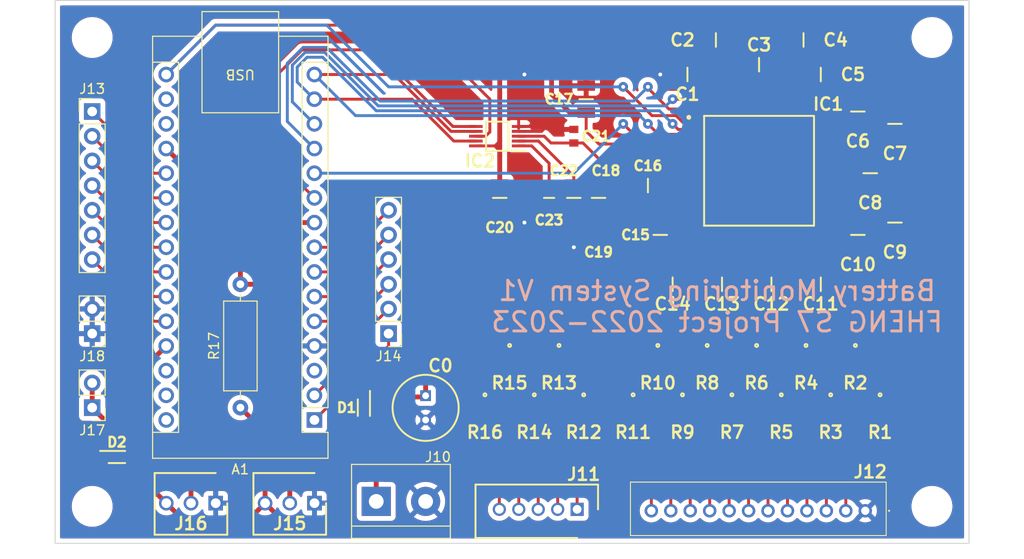
<source format=kicad_pcb>
(kicad_pcb (version 20211014) (generator pcbnew)
  (layers (0 "F.Cu" signal) (31 "B.Cu" signal) (34 "B.Paste" user) (35 "F.Paste" user) (36 "B.SilkS" user "B.Silkscreen") (37 "F.SilkS" user "F.Silkscreen") (38 "B.Mask" user) (39 "F.Mask" user) (44 "Edge.Cuts" user))
  (net 0 "")
  (net 1 "Net-(A1-Pad1)")
  (net 2 "Net-(A1-Pad2)")
  (net 4 "GND")
  (net 5 "Net-(A1-Pad5)")
  (net 6 "Net-(A1-Pad6)")
  (net 7 "Net-(A1-Pad7)")
  (net 8 "Net-(A1-Pad8)")
  (net 9 "Net-(A1-Pad9)")
  (net 10 "/MonitoringIC/CNVST")
  (net 11 "/MonitoringIC/SAMPL")
  (net 12 "/MonitoringIC/EN")
  (net 13 "/MonitoringIC/CS")
  (net 14 "/MonitoringIC/SDI")
  (net 15 "/MonitoringIC/SDO")
  (net 16 "/MonitoringIC/CLK")
  (net 19 "Net-(A1-Pad19)")
  (net 20 "Net-(A1-Pad20)")
  (net 21 "Net-(A1-Pad21)")
  (net 22 "Net-(A1-Pad22)")
  (net 23 "Net-(A1-Pad23)")
  (net 24 "Net-(A1-Pad24)")
  (net 25 "Net-(A1-Pad25)")
  (net 26 "Net-(A1-Pad26)")
  (net 27 "+5V")
  (net 34 "Net-(C21-Pad1)")
  (net 35 "Net-(C18-Pad2)")
  (net 36 "Net-(C19-Pad1)")
  (net 38 "Net-(C16-Pad1)")
  (net 39 "Net-(C16-Pad2)")
  (net 40 "Net-(IC1-Pad19)")
  (net 42 "Net-(C15-Pad1)")
  (net 43 "Net-(C15-Pad2)")
  (net 44 "Net-(IC1-Pad23)")
  (net 46 "Net-(C14-Pad2)")
  (net 47 "Net-(C14-Pad1)")
  (net 48 "Net-(IC1-Pad27)")
  (net 50 "Net-(C13-Pad2)")
  (net 51 "Net-(C13-Pad1)")
  (net 52 "Net-(IC1-Pad31)")
  (net 54 "Net-(C12-Pad2)")
  (net 55 "Net-(C12-Pad1)")
  (net 56 "Net-(IC1-Pad35)")
  (net 58 "Net-(C11-Pad1)")
  (net 59 "Net-(C11-Pad2)")
  (net 60 "Net-(IC1-Pad39)")
  (net 62 "Net-(C10-Pad2)")
  (net 63 "Net-(C10-Pad1)")
  (net 64 "Net-(IC1-Pad43)")
  (net 66 "Net-(C9-Pad2)")
  (net 67 "Net-(C9-Pad1)")
  (net 68 "Net-(IC1-Pad47)")
  (net 70 "Net-(C8-Pad2)")
  (net 71 "Net-(C8-Pad1)")
  (net 72 "Net-(IC1-Pad51)")
  (net 74 "Net-(C7-Pad2)")
  (net 75 "Net-(C7-Pad1)")
  (net 76 "Net-(IC1-Pad55)")
  (net 78 "Net-(C6-Pad2)")
  (net 79 "Net-(C6-Pad1)")
  (net 80 "Net-(IC1-Pad59)")
  (net 82 "Net-(C5-Pad1)")
  (net 83 "Net-(C5-Pad2)")
  (net 84 "Net-(IC1-Pad63)")
  (net 86 "Net-(C4-Pad1)")
  (net 87 "Net-(C4-Pad2)")
  (net 88 "Net-(IC1-Pad67)")
  (net 90 "Net-(C3-Pad1)")
  (net 91 "Net-(C3-Pad2)")
  (net 92 "Net-(IC1-Pad71)")
  (net 94 "Net-(C2-Pad1)")
  (net 95 "Net-(C2-Pad2)")
  (net 96 "Net-(IC1-Pad75)")
  (net 98 "Net-(C1-Pad2)")
  (net 99 "Net-(D1-Pad2)")
  (net 100 "/MonitoringIC/CV12")
  (net 101 "/MonitoringIC/CV13")
  (net 102 "/MonitoringIC/CV14")
  (net 103 "/MonitoringIC/CV15")
  (net 104 "/MonitoringIC/CV16")
  (net 105 "/MonitoringIC/CV1")
  (net 106 "/MonitoringIC/CV2")
  (net 107 "/MonitoringIC/CV3")
  (net 108 "/MonitoringIC/CV4")
  (net 109 "/MonitoringIC/CV5")
  (net 110 "/MonitoringIC/CV6")
  (net 111 "/MonitoringIC/CV7")
  (net 112 "/MonitoringIC/CV8")
  (net 113 "/MonitoringIC/CV9")
  (net 114 "/MonitoringIC/CV10")
  (net 115 "/MonitoringIC/CV11")
  (net 116 "Net-(D2-Pad1)")
  (net 117 "Net-(C23-Pad1)")
  (footprint "SamacSys_Parts:CAPC3216X180N" (layer "F.Cu") (at 170.18 66.04 -90)
    (fp_text reference "C22")
    (fp_text value "1uF" hide)
  )
  (footprint "SamacSys_Parts:CAPC3216X180N" (layer "F.Cu") (at 190.5 74.93 180)
    (fp_text reference "C12")
    (fp_text value "1uF" hide)
  )
  (footprint "SamacSys_Parts:ERJ3EK__0603_" (layer "F.Cu") (at 194.056 82.804 -90)
    (fp_text reference "R4")
    (fp_text value "3k" hide)
  )
  (footprint "MountingHole:MountingHole_3.2mm_M3" (layer "F.Cu") (at 120.65 49.53)
    (fp_text reference "REF**" hide)
    (fp_text value "MountingHole_3.2mm_M3")
  )
  (footprint "Connector_PinHeader_2.54mm:PinHeader_1x02_P2.54mm_Vertical" (layer "F.Cu") (at 120.65 87.63 180)
    (fp_text reference "J17")
    (fp_text value "Conn_01x02_Male")
  )
  (footprint "SamacSys_Parts:ERJ3EK__0603_" (layer "F.Cu") (at 168.656 82.804 -90)
    (fp_text reference "R13")
    (fp_text value "3k" hide)
  )
  (footprint "SamacSys_Parts:CAPC3216X180N" (layer "F.Cu") (at 185.42 74.93 180)
    (fp_text reference "C13")
    (fp_text value "1uF" hide)
  )
  (footprint "Module:Arduino_Nano" (layer "F.Cu") (at 143.5 88.9 180)
    (fp_text reference "A1")
    (fp_text value "Arduino_Nano_v3.x")
  )
  (footprint "SamacSys_Parts:SHDR3W82P0X254_1X3_747X635X818P" (layer "F.Cu") (at 143.51 97.461 180)
    (fp_text reference "J15")
    (fp_text value "22-23-2031" hide)
  )
  (footprint "SamacSys_Parts:ERJ3EK__0603_" (layer "F.Cu") (at 178.816 82.804 -90)
    (fp_text reference "R10")
    (fp_text value "3k" hide)
  )
  (footprint "SamacSys_Parts:ERJ3EK__0603_" (layer "F.Cu") (at 183.896 82.804 -90)
    (fp_text reference "R8")
    (fp_text value "3k" hide)
  )
  (footprint "Connector_PinHeader_2.54mm:PinHeader_1x06_P2.54mm_Vertical" (layer "F.Cu") (at 151.13 80.01 180)
    (fp_text reference "J14")
    (fp_text value "Conn_01x06_Male")
  )
  (footprint "SamacSys_Parts:ERJ3EK__0603_" (layer "F.Cu") (at 186.436 87.884 -90)
    (fp_text reference "R7")
    (fp_text value "3k" hide)
  )
  (footprint "SamacSys_Parts:CAPC2012X140N" (layer "F.Cu") (at 167.64 66.04 -90)
    (fp_text reference "C23")
    (fp_text value "10uF" hide)
  )
  (footprint "SamacSys_Parts:ERJ3EK__0603_" (layer "F.Cu") (at 199.136 82.804 -90)
    (fp_text reference "R2")
    (fp_text value "3k" hide)
  )
  (footprint "Connector_PinHeader_2.54mm:PinHeader_1x07_P2.54mm_Vertical" (layer "F.Cu") (at 120.65 57.15)
    (fp_text reference "J13")
    (fp_text value "Conn_01x07_Male")
  )
  (footprint "SamacSys_Parts:SHDR5W50P0X200_1X5_1230X550X850P" (layer "F.Cu") (at 170.52 98.098)
    (fp_text reference "J11")
    (fp_text value "35362-0550" hide)
  )
  (footprint "SamacSys_Parts:ERJ3EK__0603_" (layer "F.Cu") (at 176.276 87.884 -90)
    (fp_text reference "R11")
    (fp_text value "3k" hide)
  )
  (footprint "SamacSys_Parts:CAPC3216X180N" (layer "F.Cu") (at 193.802 49.784 180)
    (fp_text reference "C4")
    (fp_text value "1uF" hide)
  )
  (footprint "SamacSys_Parts:ERJ3EK__0603_" (layer "F.Cu") (at 191.516 87.884 -90)
    (fp_text reference "R5")
    (fp_text value "3k" hide)
  )
  (footprint "TerminalBlock:TerminalBlock_bornier-2_P5.08mm" (layer "F.Cu") (at 149.86 97.282)
    (fp_text reference "J10")
    (fp_text value "Screw_Terminal_01x02")
  )
  (footprint "SamacSys_Parts:ERJ3EK__0603_" (layer "F.Cu") (at 196.596 87.884 -90)
    (fp_text reference "R3")
    (fp_text value "3k" hide)
  )
  (footprint "Resistor_THT:R_Axial_DIN0309_L9.0mm_D3.2mm_P12.70mm_Horizontal" (layer "F.Cu") (at 135.89 87.63 90)
    (fp_text reference "R17")
    (fp_text value "R4K7")
  )
  (footprint "SamacSys_Parts:ERJ3EK__0603_" (layer "F.Cu") (at 163.576 82.804 -90)
    (fp_text reference "R15")
    (fp_text value "3k" hide)
  )
  (footprint "SamacSys_Parts:SOP50P490X110-10N" (layer "F.Cu") (at 162.306 59.69 180)
    (fp_text reference "IC2")
    (fp_text value "MAX11161EUB+" hide)
  )
  (footprint "SamacSys_Parts:SOD2512X115N" (layer "F.Cu") (at 148.59 87.63 -90)
    (fp_text reference "D1")
    (fp_text value "D_Schottky" hide)
  )
  (footprint "SamacSys_Parts:CAPC3216X180N" (layer "F.Cu") (at 181.864 53.34)
    (fp_text reference "C1")
    (fp_text value "1uF" hide)
  )
  (footprint "SamacSys_Parts:CAPC3216X180N" (layer "F.Cu") (at 179.07 69.85 90)
    (fp_text reference "C15")
    (fp_text value "1uF" hide)
  )
  (footprint "SamacSys_Parts:ERJ3EK__0603_" (layer "F.Cu") (at 161.036 87.884 -90)
    (fp_text reference "R16")
    (fp_text value "3k" hide)
  )
  (footprint "SamacSys_Parts:ERJ3EK__0603_" (layer "F.Cu") (at 181.356 87.884 -90)
    (fp_text reference "R9")
    (fp_text value "3k" hide)
  )
  (footprint "SamacSys_Parts:CAPC3216X180N" (layer "F.Cu") (at 189.23 52.324 180)
    (fp_text reference "C3")
    (fp_text value "1uF" hide)
  )
  (footprint "SamacSys_Parts:ERJ3EK__0603_" (layer "F.Cu") (at 188.976 82.804 -90)
    (fp_text reference "R6")
    (fp_text value "3k" hide)
  )
  (footprint "SamacSys_Parts:CAPC3216X180N" (layer "F.Cu") (at 195.58 74.93)
    (fp_text reference "C11")
    (fp_text value "1uF" hide)
  )
  (footprint "SamacSys_Parts:CAPC1608X90N" (layer "F.Cu") (at 170.18 59.69 90)
    (fp_text reference "C21")
    (fp_text value "4.7nF" hide)
  )
  (footprint "SamacSys_Parts:CAPC3216X180N" (layer "F.Cu") (at 162.56 66.04 -90)
    (fp_text reference "C20")
    (fp_text value "1uF" hide)
  )
  (footprint "SamacSys_Parts:ERJ3EK__0603_" (layer "F.Cu") (at 201.676 87.884 -90)
    (fp_text reference "R1")
    (fp_text value "3k" hide)
  )
  (footprint "SamacSys_Parts:CAPC3216X180N" (layer "F.Cu") (at 203.2 68.58 -90)
    (fp_text reference "C9")
    (fp_text value "1uF" hide)
  )
  (footprint "SamacSys_Parts:CAPC3216X180N" (layer "F.Cu") (at 172.72 66.04 90)
    (fp_text reference "C18")
    (fp_text value "1uF" hide)
  )
  (footprint "SamacSys_Parts:QFP50P1400X1400X120-80N" (layer "F.Cu") (at 189.23 63.246)
    (fp_text reference "IC1")
    (fp_text value "MAX14921ECS+" hide)
  )
  (footprint "MountingHole:MountingHole_3.2mm_M3" (layer "F.Cu") (at 207.01 49.53)
    (fp_text reference "REF**" hide)
    (fp_text value "MountingHole_3.2mm_M3")
  )
  (footprint "SamacSys_Parts:353621250" (layer "F.Cu") (at 200.152 98.244)
    (fp_text reference "J12")
    (fp_text value "35362-1250" hide)
  )
  (footprint "SamacSys_Parts:CAPC3216X180N" (layer "F.Cu") (at 199.39 57.15 -90)
    (fp_text reference "C6")
    (fp_text value "1uF" hide)
  )
  (footprint "SamacSys_Parts:CAPC3216X180N" (layer "F.Cu") (at 171.45 55.88 90)
    (fp_text reference "C17")
    (fp_text value "1uF" hide)
  )
  (footprint "SamacSys_Parts:CAPC3216X180N" (layer "F.Cu") (at 180.34 74.93 180)
    (fp_text reference "C14")
    (fp_text value "1uF" hide)
  )
  (footprint "SamacSys_Parts:SOD2512X115N" (layer "F.Cu") (at 123.19 92.71)
    (fp_text reference "D2")
    (fp_text value "D_Schottky" hide)
  )
  (footprint "SamacSys_Parts:CAPC3216X180N" (layer "F.Cu") (at 177.8 64.77 180)
    (fp_text reference "C16")
    (fp_text value "1uF" hide)
  )
  (footprint "SamacSys_Parts:ERJ3EK__0603_" (layer "F.Cu") (at 166.116 87.884 -90)
    (fp_text reference "R14")
    (fp_text value "3k" hide)
  )
  (footprint "SamacSys_Parts:CAPC3216X180N" (layer "F.Cu") (at 199.39 69.85 -90)
    (fp_text reference "C10")
    (fp_text value "1uF" hide)
  )
  (footprint "SamacSys_Parts:CAPC3216X180N" (layer "F.Cu") (at 195.58 53.34 180)
    (fp_text reference "C5")
    (fp_text value "1uF" hide)
  )
  (footprint "SamacSys_Parts:ERJ3EK__0603_" (layer "F.Cu") (at 171.196 87.884 -90)
    (fp_text reference "R12")
    (fp_text value "3k" hide)
  )
  (footprint "SamacSys_Parts:CAPC3216X180N" (layer "F.Cu") (at 203.2 58.42 -90)
    (fp_text reference "C7")
    (fp_text value "1uF" hide)
  )
  (footprint "SamacSys_Parts:CAPPRD250W50D680H1250" (layer "F.Cu") (at 154.94 86.4 -90)
    (fp_text reference "C0")
    (fp_text value "100uF" hide)
  )
  (footprint "SamacSys_Parts:CAPC1005X55N" (layer "F.Cu") (at 172.72 69.802 -90)
    (fp_text reference "C19")
    (fp_text value "0.1uF" hide)
  )
  (footprint "Connector_PinHeader_2.54mm:PinHeader_1x02_P2.54mm_Vertical" (layer "F.Cu") (at 120.65 80.01 180)
    (fp_text reference "J18")
    (fp_text value "Conn_01x02_Male")
  )
  (footprint "SamacSys_Parts:CAPC3216X180N" (layer "F.Cu") (at 200.66 63.5 -90)
    (fp_text reference "C8")
    (fp_text value "1uF" hide)
  )
  (footprint "SamacSys_Parts:SHDR3W82P0X254_1X3_747X635X818P" (layer "F.Cu") (at 133.35 97.461 180)
    (fp_text reference "J16")
    (fp_text value "22-23-2031" hide)
  )
  (footprint "MountingHole:MountingHole_3.2mm_M3" (layer "F.Cu") (at 120.65 97.79)
    (fp_text reference "REF**" hide)
    (fp_text value "MountingHole_3.2mm_M3")
  )
  (footprint "SamacSys_Parts:CAPC3216X180N" (layer "F.Cu") (at 184.792 49.784 180)
    (fp_text reference "C2")
    (fp_text value "1uF" hide)
  )
  (footprint "MountingHole:MountingHole_3.2mm_M3" (layer "F.Cu") (at 207.01 97.79)
    (fp_text reference "REF**" hide)
    (fp_text value "MountingHole_3.2mm_M3")
  )
  (gr_line (start 116.84 45.72) (end 210.82 45.72) (layer "Edge.Cuts") (width 0.1))
  (gr_line (start 210.82 101.6) (end 116.84 101.6) (layer "Edge.Cuts") (width 0.1))
  (gr_line (start 210.82 45.72) (end 210.82 101.6) (layer "Edge.Cuts") (width 0.1))
  (gr_line (start 116.84 101.6) (end 116.84 45.72) (layer "Edge.Cuts") (width 0.1))
  (gr_text "Battery Monitoring System V1\nFHENG S7 Project 2022-2023" (at 184.912 77.216) (layer "B.SilkS") (effects (font (size 2 2) (thickness 0.3)) (justify mirror)))
  (segment (start 143.51 88.9) (end 151.13 81.28) (width 0.3) (layer "F.Cu") (net 1))
  (segment (start 143.5 88.9) (end 143.51 88.9) (width 0.3) (layer "F.Cu") (net 1))
  (segment (start 151.13 81.28) (end 151.13 80.01) (width 0.3) (layer "F.Cu") (net 1))
  (segment (start 147.32 81.28) (end 151.13 77.47) (width 0.3) (layer "F.Cu") (net 2))
  (segment (start 147.32 82.54) (end 147.32 81.28) (width 0.3) (layer "F.Cu") (net 2))
  (segment (start 143.5 86.36) (end 147.32 82.54) (width 0.3) (layer "F.Cu") (net 2))
  (segment (start 171.862 71.12) (end 172.72 70.262) (width 0.3) (layer "F.Cu") (net 4))
  (segment (start 179.324 54.864) (end 179.07 54.61) (width 0.3) (layer "F.Cu") (net 4))
  (segment (start 166.497 57.785) (end 166.751 57.531) (width 0.3) (layer "F.Cu") (net 4))
  (segment (start 185.48 55.4705) (end 184.8735 54.864) (width 0.3) (layer "F.Cu") (net 4))
  (segment (start 167.386 58.674) (end 167.894 58.674) (width 0.3) (layer "F.Cu") (net 4))
  (segment (start 166.497 57.277) (end 165.1 55.88) (width 0.3) (layer "F.Cu") (net 4))
  (segment (start 168.21 58.99) (end 167.894 58.674) (width 0.3) (layer "F.Cu") (net 4))
  (segment (start 170.18 58.99) (end 168.21 58.99) (width 0.3) (layer "F.Cu") (net 4))
  (segment (start 164.506 59.19) (end 166.87 59.19) (width 0.3) (layer "F.Cu") (net 4))
  (segment (start 167.386 58.674) (end 167.386 58.166) (width 0.3) (layer "F.Cu") (net 4))
  (segment (start 185.48 56.508) (end 185.48 59.0955) (width 0.3) (layer "F.Cu") (net 4))
  (segment (start 167.894 58.674) (end 167.64 58.42) (width 0.3) (layer "F.Cu") (net 4))
  (segment (start 185.166 60.452) (end 185.48 60.766) (width 0.3) (layer "F.Cu") (net 4))
  (segment (start 185.48 56.508) (end 185.48 55.4705) (width 0.3) (layer "F.Cu") (net 4))
  (segment (start 185.48 61.5955) (end 183.5795 63.496) (width 0.3) (layer "F.Cu") (net 4))
  (segment (start 167.64 58.42) (end 167.386 58.166) (width 0.3) (layer "F.Cu") (net 4))
  (segment (start 183.606 60.996) (end 184.15 60.452) (width 0.3) (layer "F.Cu") (net 4))
  (segment (start 163.95 67.43) (end 165.1 68.58) (width 0.3) (layer "F.Cu") (net 4))
  (segment (start 171.45 54.49) (end 171.45 53.848) (width 0.3) (layer "F.Cu") (net 4))
  (segment (start 166.87 59.19) (end 167.386 58.674) (width 0.3) (layer "F.Cu") (net 4))
  (segment (start 171.958 53.34) (end 179.07 53.34) (width 0.3) (layer "F.Cu") (net 4))
  (segment (start 170.18 67.43) (end 170.18 71.12) (width 0.3) (layer "F.Cu") (net 4))
  (segment (start 164.506 58.69) (end 165.592 58.69) (width 0.3) (layer "F.Cu") (net 4))
  (segment (start 185.48 60.138) (end 185.166 60.452) (width 0.3) (layer "F.Cu") (net 4))
  (segment (start 167.386 58.674) (end 167.64 58.42) (width 0.3) (layer "F.Cu") (net 4))
  (segment (start 185.48 60.766) (end 185.48 61.5955) (width 0.3) (layer "F.Cu") (net 4))
  (segment (start 166.497 57.785) (end 166.497 57.277) (width 0.3) (layer "F.Cu") (net 4))
  (segment (start 165.592 58.69) (end 166.497 57.785) (width 0.3) (layer "F.Cu") (net 4))
  (segment (start 185.48 60.512) (end 185.48 60.766) (width 0.3) (layer "F.Cu") (net 4))
  (segment (start 171.45 53.848) (end 171.958 53.34) (width 0.3) (layer "F.Cu") (net 4))
  (segment (start 179.07 54.61) (end 179.07 53.34) (width 0.3) (layer "F.Cu") (net 4))
  (segment (start 184.8735 54.864) (end 179.324 54.864) (width 0.3) (layer "F.Cu") (net 4))
  (segment (start 185.42 60.452) (end 185.48 60.512) (width 0.3) (layer "F.Cu") (net 4))
  (segment (start 167.64 67.564) (end 167.64 66.86) (width 0.3) (layer "F.Cu") (net 4))
  (segment (start 165.1 55.88) (end 165.1 53.34) (width 0.3) (layer "F.Cu") (net 4))
  (segment (start 166.624 68.58) (end 167.64 67.564) (width 0.3) (layer "F.Cu") (net 4))
  (segment (start 166.751 57.531) (end 166.497 57.277) (width 0.3) (layer "F.Cu") (net 4))
  (segment (start 180.474 53.34) (end 179.07 53.34) (width 0.3) (layer "F.Cu") (net 4))
  (segment (start 182.492 60.996) (end 183.606 60.996) (width 0.3) (layer "F.Cu") (net 4))
  (segment (start 170.18 71.12) (end 171.862 71.12) (width 0.3) (layer "F.Cu") (net 4))
  (segment (start 185.166 60.452) (end 185.42 60.452) (width 0.3) (layer "F.Cu") (net 4))
  (segment (start 185.48 60.138) (end 185.48 60.512) (width 0.3) (layer "F.Cu") (net 4))
  (segment (start 162.56 67.43) (end 163.95 67.43) (width 0.3) (layer "F.Cu") (net 4))
  (segment (start 184.15 60.452) (end 185.166 60.452) (width 0.3) (layer "F.Cu") (net 4))
  (segment (start 167.386 58.166) (end 167.005 57.785) (width 0.3) (layer "F.Cu") (net 4))
  (segment (start 183.5795 63.496) (end 182.492 63.496) (width 0.3) (layer "F.Cu") (net 4))
  (segment (start 185.48 59.0955) (end 185.48 60.138) (width 0.3) (layer "F.Cu") (net 4))
  (segment (start 167.005 57.785) (end 166.751 57.531) (width 0.3) (layer "F.Cu") (net 4))
  (segment (start 165.1 68.58) (end 166.624 68.58) (width 0.3) (layer "F.Cu") (net 4))
  (segment (start 170.18 67.43) (end 172.72 67.43) (width 0.3) (layer "F.Cu") (net 4))
  (segment (start 166.497 57.785) (end 167.005 57.785) (width 0.3) (layer "F.Cu") (net 4))
  (via (at 165.1 68.58) (size 1) (drill 0.4) (layers "F.Cu" "B.Cu") (net 4))
  (via (at 170.18 71.12) (size 1) (drill 0.4) (layers "F.Cu" "B.Cu") (net 4))
  (via (at 165.1 53.34) (size 1) (drill 0.4) (layers "F.Cu" "B.Cu") (net 4))
  (via (at 179.07 53.34) (size 1) (drill 0.4) (layers "F.Cu" "B.Cu") (net 4))
  (segment (start 143.5 78.74) (end 147.32 78.74) (width 0.3) (layer "F.Cu") (net 5))
  (segment (start 147.32 78.74) (end 151.13 74.93) (width 0.3) (layer "F.Cu") (net 5))
  (segment (start 147.32 76.2) (end 151.13 72.39) (width 0.3) (layer "F.Cu") (net 6))
  (segment (start 143.5 76.2) (end 147.32 76.2) (width 0.3) (layer "F.Cu") (net 6))
  (segment (start 143.5 73.66) (end 147.32 73.66) (width 0.3) (layer "F.Cu") (net 7))
  (segment (start 147.32 73.66) (end 151.13 69.85) (width 0.3) (layer "F.Cu") (net 7))
  (segment (start 147.32 71.12) (end 151.13 67.31) (width 0.3) (layer "F.Cu") (net 8))
  (segment (start 143.5 71.12) (end 147.32 71.12) (width 0.3) (layer "F.Cu") (net 8))
  (segment (start 140.97 97.461) (end 140.97 76.2) (width 0.5) (layer "F.Cu") (net 9))
  (segment (start 140.97 76.2) (end 139.7 74.93) (width 0.5) (layer "F.Cu") (net 9))
  (segment (start 135.89 70.866) (end 138.176 68.58) (width 0.5) (layer "F.Cu") (net 9))
  (segment (start 139.7 74.93) (end 135.89 74.93) (width 0.5) (layer "F.Cu") (net 9))
  (segment (start 138.176 68.58) (end 143.5 68.58) (width 0.5) (layer "F.Cu") (net 9))
  (segment (start 135.89 74.93) (end 135.89 70.866) (width 0.5) (layer "F.Cu") (net 9))
  (segment (start 142.24 50.8) (end 149.86 50.8) (width 0.3) (layer "F.Cu") (net 10))
  (segment (start 139.7 62.24) (end 139.7 53.34) (width 0.3) (layer "F.Cu") (net 10))
  (segment (start 143.5 66.04) (end 139.7 62.24) (width 0.3) (layer "F.Cu") (net 10))
  (segment (start 139.7 53.34) (end 142.24 50.8) (width 0.3) (layer "F.Cu") (net 10))
  (segment (start 149.86 50.8) (end 157.75 58.69) (width 0.3) (layer "F.Cu") (net 10))
  (segment (start 157.75 58.69) (end 160.106 58.69) (width 0.3) (layer "F.Cu") (net 10))
  (segment (start 182.492 59.996) (end 176.836 59.996) (width 0.3) (layer "F.Cu") (net 11))
  (segment (start 176.836 59.996) (end 175.26 58.42) (width 0.3) (layer "F.Cu") (net 11))
  (via (at 175.26 58.42) (size 1) (drill 0.4) (layers "F.Cu" "B.Cu") (net 11))
  (segment (start 170.18 63.5) (end 143.5 63.5) (width 0.3) (layer "B.Cu") (net 11))
  (segment (start 175.26 58.42) (end 170.18 63.5) (width 0.3) (layer "B.Cu") (net 11))
  (segment (start 181.864 56.896) (end 182.88 57.912) (width 0.3) (layer "F.Cu") (net 12))
  (segment (start 177.8 54.61) (end 177.8 54.737) (width 0.3) (layer "F.Cu") (net 12))
  (segment (start 179.959 56.896) (end 181.864 56.896) (width 0.3) (layer "F.Cu") (net 12))
  (segment (start 184.6135 57.912) (end 184.98 57.5455) (width 0.3) (layer "F.Cu") (net 12))
  (segment (start 182.88 57.912) (end 184.6135 57.912) (width 0.3) (layer "F.Cu") (net 12))
  (segment (start 184.98 57.5455) (end 184.98 56.508) (width 0.3) (layer "F.Cu") (net 12))
  (segment (start 177.8 54.737) (end 179.959 56.896) (width 0.3) (layer "F.Cu") (net 12))
  (via (at 177.8 54.61) (size 1) (drill 0.4) (layers "F.Cu" "B.Cu") (net 12))
  (segment (start 177.8 54.61) (end 176.34 56.07) (width 0.3) (layer "B.Cu") (net 12))
  (segment (start 140.716 58.176) (end 143.5 60.96) (width 0.3) (layer "B.Cu") (net 12))
  (segment (start 142.341788 50.554) (end 140.716 52.179788) (width 0.3) (layer "B.Cu") (net 12))
  (segment (start 140.716 52.179788) (end 140.716 58.176) (width 0.3) (layer "B.Cu") (net 12))
  (segment (start 150.274212 56.07) (end 144.758212 50.554) (width 0.3) (layer "B.Cu") (net 12))
  (segment (start 176.34 56.07) (end 150.274212 56.07) (width 0.3) (layer "B.Cu") (net 12))
  (segment (start 144.758212 50.554) (end 142.341788 50.554) (width 0.3) (layer "B.Cu") (net 12))
  (segment (start 184.016 56.508) (end 183.388 55.88) (width 0.3) (layer "F.Cu") (net 13))
  (segment (start 184.48 56.508) (end 184.016 56.508) (width 0.3) (layer "F.Cu") (net 13))
  (segment (start 183.388 55.88) (end 180.34 55.88) (width 0.3) (layer "F.Cu") (net 13))
  (via (at 180.34 55.88) (size 1) (drill 0.4) (layers "F.Cu" "B.Cu") (net 13))
  (segment (start 141.232 56.152) (end 143.5 58.42) (width 0.3) (layer "B.Cu") (net 13))
  (segment (start 142.548894 51.054) (end 141.232 52.370894) (width 0.3) (layer "B.Cu") (net 13))
  (segment (start 179.65 56.57) (end 150.067106 56.57) (width 0.3) (layer "B.Cu") (net 13))
  (segment (start 144.551106 51.054) (end 142.548894 51.054) (width 0.3) (layer "B.Cu") (net 13))
  (segment (start 141.232 52.370894) (end 141.232 56.152) (width 0.3) (layer "B.Cu") (net 13))
  (segment (start 180.34 55.88) (end 179.65 56.57) (width 0.3) (layer "B.Cu") (net 13))
  (segment (start 150.067106 56.57) (end 144.551106 51.054) (width 0.3) (layer "B.Cu") (net 13))
  (segment (start 180.916 58.996) (end 180.34 58.42) (width 0.3) (layer "F.Cu") (net 14))
  (segment (start 143.5 55.88) (end 153.525788 55.88) (width 0.3) (layer "F.Cu") (net 14))
  (segment (start 157.835788 60.19) (end 160.106 60.19) (width 0.3) (layer "F.Cu") (net 14))
  (segment (start 182.492 58.996) (end 180.916 58.996) (width 0.3) (layer "F.Cu") (net 14))
  (segment (start 153.525788 55.88) (end 157.835788 60.19) (width 0.3) (layer "F.Cu") (net 14))
  (via (at 180.34 58.42) (size 1) (drill 0.4) (layers "F.Cu" "B.Cu") (net 14))
  (segment (start 144.352 51.562) (end 142.748 51.562) (width 0.3) (layer "B.Cu") (net 14))
  (segment (start 149.86 57.07) (end 144.352 51.562) (width 0.3) (layer "B.Cu") (net 14))
  (segment (start 142.748 51.562) (end 141.732 52.578) (width 0.3) (layer "B.Cu") (net 14))
  (segment (start 180.34 58.42) (end 178.99 57.07) (width 0.3) (layer "B.Cu") (net 14))
  (segment (start 178.99 57.07) (end 149.86 57.07) (width 0.3) (layer "B.Cu") (net 14))
  (segment (start 141.732 52.578) (end 141.732 54.112) (width 0.3) (layer "B.Cu") (net 14))
  (segment (start 141.732 54.112) (end 143.5 55.88) (width 0.3) (layer "B.Cu") (net 14))
  (segment (start 178.876 59.496) (end 177.8 58.42) (width 0.3) (layer "F.Cu") (net 15))
  (segment (start 157.542894 59.19) (end 160.106 59.19) (width 0.3) (layer "F.Cu") (net 15))
  (segment (start 182.492 59.496) (end 178.876 59.496) (width 0.3) (layer "F.Cu") (net 15))
  (segment (start 143.5 53.34) (end 151.692894 53.34) (width 0.3) (layer "F.Cu") (net 15))
  (segment (start 151.692894 53.34) (end 157.542894 59.19) (width 0.3) (layer "F.Cu") (net 15))
  (via (at 177.8 58.42) (size 1) (drill 0.4) (layers "F.Cu" "B.Cu") (net 15))
  (segment (start 147.73 57.57) (end 176.95 57.57) (width 0.3) (layer "B.Cu") (net 15))
  (segment (start 143.5 53.34) (end 147.73 57.57) (width 0.3) (layer "B.Cu") (net 15))
  (segment (start 176.95 57.57) (end 177.8 58.42) (width 0.3) (layer "B.Cu") (net 15))
  (segment (start 180.692082 57.57) (end 181.618082 58.496) (width 0.3) (layer "F.Cu") (net 16))
  (segment (start 178.22 57.57) (end 180.692082 57.57) (width 0.3) (layer "F.Cu") (net 16))
  (segment (start 161.106 59.69) (end 161.544 59.252) (width 0.3) (layer "F.Cu") (net 16))
  (segment (start 161.544 59.252) (end 161.544 55.88) (width 0.3) (layer "F.Cu") (net 16))
  (segment (start 175.26 54.61) (end 178.22 57.57) (width 0.3) (layer "F.Cu") (net 16))
  (segment (start 153.924 48.26) (end 133.34 48.26) (width 0.3) (layer "F.Cu") (net 16))
  (segment (start 160.106 59.69) (end 161.106 59.69) (width 0.3) (layer "F.Cu") (net 16))
  (segment (start 181.618082 58.496) (end 182.492 58.496) (width 0.3) (layer "F.Cu") (net 16))
  (segment (start 161.544 55.88) (end 153.924 48.26) (width 0.3) (layer "F.Cu") (net 16))
  (segment (start 133.34 48.26) (end 128.26 53.34) (width 0.3) (layer "F.Cu") (net 16))
  (via (at 175.26 54.61) (size 1) (drill 0.4) (layers "F.Cu" "B.Cu") (net 16))
  (segment (start 175.26 54.61) (end 151.13 54.61) (width 0.3) (layer "B.Cu") (net 16))
  (segment (start 144.78 48.26) (end 133.34 48.26) (width 0.3) (layer "B.Cu") (net 16))
  (segment (start 133.34 48.26) (end 128.26 53.34) (width 0.3) (layer "B.Cu") (net 16))
  (segment (start 151.13 54.61) (end 144.78 48.26) (width 0.3) (layer "B.Cu") (net 16))
  (segment (start 130.81 63.51) (end 130.81 97.461) (width 0.5) (layer "F.Cu") (net 19))
  (segment (start 128.26 60.96) (end 130.81 63.51) (width 0.5) (layer "F.Cu") (net 19))
  (segment (start 128.26 63.5) (end 127 63.5) (width 0.3) (layer "F.Cu") (net 20))
  (segment (start 127 63.5) (end 120.65 57.15) (width 0.3) (layer "F.Cu") (net 20))
  (segment (start 128.26 66.04) (end 127 66.04) (width 0.3) (layer "F.Cu") (net 21))
  (segment (start 127 66.04) (end 120.65 59.69) (width 0.3) (layer "F.Cu") (net 21))
  (segment (start 128.26 68.58) (end 127 68.58) (width 0.3) (layer "F.Cu") (net 22))
  (segment (start 127 68.58) (end 120.65 62.23) (width 0.3) (layer "F.Cu") (net 22))
  (segment (start 127 71.12) (end 120.65 64.77) (width 0.3) (layer "F.Cu") (net 23))
  (segment (start 128.26 71.12) (end 127 71.12) (width 0.3) (layer "F.Cu") (net 23))
  (segment (start 128.26 73.66) (end 127 73.66) (width 0.3) (layer "F.Cu") (net 24))
  (segment (start 127 73.66) (end 120.65 67.31) (width 0.3) (layer "F.Cu") (net 24))
  (segment (start 127 76.2) (end 120.65 69.85) (width 0.3) (layer "F.Cu") (net 25))
  (segment (start 128.26 76.2) (end 127 76.2) (width 0.3) (layer "F.Cu") (net 25))
  (segment (start 127 78.74) (end 120.65 72.39) (width 0.3) (layer "F.Cu") (net 26))
  (segment (start 128.26 78.74) (end 127 78.74) (width 0.3) (layer "F.Cu") (net 26))
  (segment (start 146.812 97.79) (end 145.542 99.06) (width 0.5) (layer "F.Cu") (net 27))
  (segment (start 136.831 99.06) (end 129.869 99.06) (width 0.5) (layer "F.Cu") (net 27))
  (segment (start 162.544 60.69) (end 162.56 60.706) (width 0.3) (layer "F.Cu") (net 27))
  (segment (start 167.894 55.372) (end 169.792 57.27) (width 0.5) (layer "F.Cu") (net 27))
  (segment (start 128.27 97.461) (end 124.29 93.481) (width 0.5) (layer "F.Cu") (net 27))
  (segment (start 162.068 60.69) (end 162.068 60.722) (width 0.3) (layer "F.Cu") (net 27))
  (segment (start 162.56 60.706) (end 162.56 60.198) (width 0.5) (layer "F.Cu") (net 27))
  (segment (start 164.084 51.816) (end 166.37 51.816) (width 0.5) (layer "F.Cu") (net 27))
  (segment (start 162.068 60.69) (end 162.544 60.69) (width 0.3) (layer "F.Cu") (net 27))
  (segment (start 129.869 99.06) (end 128.27 97.461) (width 0.5) (layer "F.Cu") (net 27))
  (segment (start 162.56 60.198) (end 162.56 53.34) (width 0.5) (layer "F.Cu") (net 27))
  (segment (start 162.56 61.214) (end 162.56 60.706) (width 0.5) (layer "F.Cu") (net 27))
  (segment (start 124.29 93.481) (end 124.29 92.71) (width 0.5) (layer "F.Cu") (net 27))
  (segment (start 166.37 51.816) (end 167.894 53.34) (width 0.5) (layer "F.Cu") (net 27))
  (segment (start 162.068 60.69) (end 162.56 60.198) (width 0.3) (layer "F.Cu") (net 27))
  (segment (start 160.106 60.69) (end 162.068 60.69) (width 0.3) (layer "F.Cu") (net 27))
  (segment (start 147.912 86.53) (end 146.812 87.63) (width 0.5) (layer "F.Cu") (net 27))
  (segment (start 145.542 99.06) (end 140.029 99.06) (width 0.5) (layer "F.Cu") (net 27))
  (segment (start 154.94 67.31) (end 157.6 64.65) (width 0.5) (layer "F.Cu") (net 27))
  (segment (start 138.43 90.17) (end 135.89 87.63) (width 0.5) (layer "F.Cu") (net 27))
  (segment (start 171.45 57.27) (end 171.45 59.182) (width 0.3) (layer "F.Cu") (net 27))
  (segment (start 138.43 97.461) (end 138.43 90.17) (width 0.5) (layer "F.Cu") (net 27))
  (segment (start 140.029 99.06) (end 138.43 97.461) (width 0.5) (layer "F.Cu") (net 27))
  (segment (start 162.56 64.65) (end 162.56 61.722) (width 0.5) (layer "F.Cu") (net 27))
  (segment (start 148.59 86.53) (end 154.81 86.53) (width 0.5) (layer "F.Cu") (net 27))
  (segment (start 154.94 86.4) (end 154.94 67.31) (width 0.5) (layer "F.Cu") (net 27))
  (segment (start 154.81 86.53) (end 154.94 86.4) (width 0.5) (layer "F.Cu") (net 27))
  (segment (start 162.56 61.722) (end 162.56 61.214) (width 0.5) (layer "F.Cu") (net 27))
  (segment (start 146.812 87.63) (end 146.812 97.79) (width 0.5) (layer "F.Cu") (net 27))
  (segment (start 138.43 97.461) (end 136.831 99.06) (width 0.5) (layer "F.Cu") (net 27))
  (segment (start 124.29 85.25) (end 128.26 81.28) (width 0.5) (layer "F.Cu") (net 27))
  (segment (start 124.29 92.71) (end 124.29 85.25) (width 0.5) (layer "F.Cu") (net 27))
  (segment (start 172.764 60.496) (end 182.492 60.496) (width 0.3) (layer "F.Cu") (net 27))
  (segment (start 162.56 53.34) (end 164.084 51.816) (width 0.5) (layer "F.Cu") (net 27))
  (segment (start 157.6 64.65) (end 162.56 64.65) (width 0.5) (layer "F.Cu") (net 27))
  (segment (start 171.45 59.182) (end 172.764 60.496) (width 0.3) (layer "F.Cu") (net 27))
  (segment (start 167.894 53.34) (end 167.894 55.372) (width 0.5) (layer "F.Cu") (net 27))
  (segment (start 169.792 57.27) (end 171.45 57.27) (width 0.5) (layer "F.Cu") (net 27))
  (segment (start 162.068 60.722) (end 162.56 61.214) (width 0.3) (layer "F.Cu") (net 27))
  (segment (start 148.59 86.53) (end 147.912 86.53) (width 0.5) (layer "F.Cu") (net 27))
  (segment (start 180.9005 62.492) (end 181.4045 62.996) (width 0.3) (layer "F.Cu") (net 34))
  (segment (start 173.228 62.492) (end 180.9005 62.492) (width 0.3) (layer "F.Cu") (net 34))
  (segment (start 167.132 59.69) (end 164.506 59.69) (width 0.3) (layer "F.Cu") (net 34))
  (segment (start 170.18 60.39) (end 171.126 60.39) (width 0.3) (layer "F.Cu") (net 34))
  (segment (start 171.126 60.39) (end 173.228 62.492) (width 0.3) (layer "F.Cu") (net 34))
  (segment (start 181.4045 62.996) (end 182.492 62.996) (width 0.3) (layer "F.Cu") (net 34))
  (segment (start 170.18 60.39) (end 167.832 60.39) (width 0.3) (layer "F.Cu") (net 34))
  (segment (start 167.832 60.39) (end 167.132 59.69) (width 0.3) (layer "F.Cu") (net 34))
  (segment (start 170.18 64.65) (end 170.18 63.825) (width 0.3) (layer "F.Cu") (net 35))
  (segment (start 173.228 62.992) (end 172.72 63.5) (width 0.3) (layer "F.Cu") (net 35))
  (segment (start 172.72 63.5) (end 172.72 64.65) (width 0.3) (layer "F.Cu") (net 35))
  (segment (start 182.492 63.996) (end 181.258106 63.996) (width 0.3) (layer "F.Cu") (net 35))
  (segment (start 172.72 64.65) (end 170.18 64.65) (width 0.3) (layer "F.Cu") (net 35))
  (segment (start 181.258106 63.996) (end 180.254106 62.992) (width 0.3) (layer "F.Cu") (net 35))
  (segment (start 170.18 63.825) (end 166.545 60.19) (width 0.3) (layer "F.Cu") (net 35))
  (segment (start 180.254106 62.992) (end 173.228 62.992) (width 0.3) (layer "F.Cu") (net 35))
  (segment (start 166.545 60.19) (end 164.506 60.19) (width 0.3) (layer "F.Cu") (net 35))
  (segment (start 174.76 68.826) (end 174.76 68.318) (width 0.3) (layer "F.Cu") (net 36))
  (segment (start 171.979682 79.191894) (end 174.76 76.411576) (width 0.3) (layer "F.Cu") (net 36))
  (segment (start 174.76 69.858) (end 174.76 69.35) (width 0.3) (layer "F.Cu") (net 36))
  (segment (start 163.648106 80.191894) (end 167.313894 80.191894) (width 0.3) (layer "F.Cu") (net 36))
  (segment (start 174.244 69.342) (end 174.76 68.826) (width 0.3) (layer "F.Cu") (net 36))
  (segment (start 161.036 87.159) (end 161.036 82.804) (width 0.3) (layer "F.Cu") (net 36))
  (segment (start 175.535 63.51) (end 180.065 63.51) (width 0.3) (layer "F.Cu") (net 36))
  (segment (start 180.065 63.51) (end 180.34 63.785) (width 0.3) (layer "F.Cu") (net 36))
  (segment (start 182.492 65.496) (end 182.492 64.996) (width 0.3) (layer "F.Cu") (net 36))
  (segment (start 167.313894 80.191894) (end 168.313894 79.191894) (width 0.3) (layer "F.Cu") (net 36))
  (segment (start 174.244 69.342) (end 174.752 69.342) (width 0.3) (layer "F.Cu") (net 36))
  (segment (start 161.036 82.804) (end 163.648106 80.191894) (width 0.3) (layer "F.Cu") (net 36))
  (segment (start 180.34 63.785) (end 180.34 65.024) (width 0.3) (layer "F.Cu") (net 36))
  (segment (start 174.76 64.285) (end 175.535 63.51) (width 0.3) (layer "F.Cu") (net 36))
  (segment (start 180.34 65.024) (end 180.812 65.496) (width 0.3) (layer "F.Cu") (net 36))
  (segment (start 174.752 69.342) (end 174.76 69.35) (width 0.3) (layer "F.Cu") (net 36))
  (segment (start 172.72 69.342) (end 174.244 69.342) (width 0.3) (layer "F.Cu") (net 36))
  (segment (start 180.812 65.496) (end 182.492 65.496) (width 0.3) (layer "F.Cu") (net 36))
  (segment (start 174.244 69.342) (end 174.76 69.858) (width 0.3) (layer "F.Cu") (net 36))
  (segment (start 174.76 69.35) (end 174.76 68.826) (width 0.3) (layer "F.Cu") (net 36))
  (segment (start 182.492 64.996) (end 182.492 64.496) (width 0.3) (layer "F.Cu") (net 36))
  (segment (start 174.76 76.411576) (end 174.76 69.858) (width 0.3) (layer "F.Cu") (net 36))
  (segment (start 168.313894 79.191894) (end 171.979682 79.191894) (width 0.3) (layer "F.Cu") (net 36))
  (segment (start 174.76 68.318) (end 174.76 64.285) (width 0.3) (layer "F.Cu") (net 36))
  (segment (start 179.19 65.906) (end 179.19 64.77) (width 0.3) (layer "F.Cu") (net 38))
  (segment (start 179.78 66.496) (end 179.19 65.906) (width 0.3) (layer "F.Cu") (net 38))
  (segment (start 182.492 66.496) (end 179.78 66.496) (width 0.3) (layer "F.Cu") (net 38))
  (segment (start 176.41 66.174) (end 176.41 64.77) (width 0.3) (layer "F.Cu") (net 39))
  (segment (start 182.492 66.996) (end 177.232 66.996) (width 0.3) (layer "F.Cu") (net 39))
  (segment (start 177.232 66.996) (end 176.41 66.174) (width 0.3) (layer "F.Cu") (net 39))
  (segment (start 172.186788 79.691894) (end 168.521 79.691894) (width 0.3) (layer "F.Cu") (net 40))
  (segment (start 168.521 79.691894) (end 166.133894 82.079) (width 0.3) (layer "F.Cu") (net 40))
  (segment (start 175.26 76.618682) (end 172.186788 79.691894) (width 0.3) (layer "F.Cu") (net 40))
  (segment (start 166.133894 82.079) (end 163.576 82.079) (width 0.3) (layer "F.Cu") (net 40))
  (segment (start 177.899 67.496) (end 175.26 70.135) (width 0.3) (layer "F.Cu") (net 40))
  (segment (start 175.26 70.135) (end 175.26 76.618682) (width 0.3) (layer "F.Cu") (net 40))
  (segment (start 182.492 67.496) (end 177.899 67.496) (width 0.3) (layer "F.Cu") (net 40))
  (segment (start 183.8815 71.17) (end 179.14 71.17) (width 0.3) (layer "F.Cu") (net 42))
  (segment (start 179.14 71.17) (end 179.07 71.24) (width 0.3) (layer "F.Cu") (net 42))
  (segment (start 184.48 70.5715) (end 183.8815 71.17) (width 0.3) (layer "F.Cu") (net 42))
  (segment (start 184.48 69.984) (end 184.48 70.5715) (width 0.3) (layer "F.Cu") (net 42))
  (segment (start 184.6135 68.58) (end 179.19 68.58) (width 0.3) (layer "F.Cu") (net 43))
  (segment (start 184.98 69.984) (end 184.98 68.9465) (width 0.3) (layer "F.Cu") (net 43))
  (segment (start 179.19 68.58) (end 179.07 68.46) (width 0.3) (layer "F.Cu") (net 43))
  (segment (start 184.98 68.9465) (end 184.6135 68.58) (width 0.3) (layer "F.Cu") (net 43))
  (segment (start 173.893895 78.691893) (end 172.393894 80.191894) (width 0.3) (layer "F.Cu") (net 44))
  (segment (start 185.48 69.984) (end 185.48 71.0215) (width 0.3) (layer "F.Cu") (net 44))
  (segment (start 177.8 77.978) (end 177.086107 78.691893) (width 0.3) (layer "F.Cu") (net 44))
  (segment (start 172.393894 80.191894) (end 168.728106 80.191894) (width 0.3) (layer "F.Cu") (net 44))
  (segment (start 181.931787 71.67) (end 180.775894 72.825894) (width 0.3) (layer "F.Cu") (net 44))
  (segment (start 177.086107 78.691893) (end 173.893895 78.691893) (width 0.3) (layer "F.Cu") (net 44))
  (segment (start 184.8315 71.67) (end 181.931787 71.67) (width 0.3) (layer "F.Cu") (net 44))
  (segment (start 185.48 71.0215) (end 184.8315 71.67) (width 0.3) (layer "F.Cu") (net 44))
  (segment (start 168.728106 80.191894) (end 166.116 82.804) (width 0.3) (layer "F.Cu") (net 44))
  (segment (start 180.775894 72.825894) (end 178.919106 72.825894) (width 0.3) (layer "F.Cu") (net 44))
  (segment (start 166.116 82.804) (end 166.116 87.159) (width 0.3) (layer "F.Cu") (net 44))
  (segment (start 177.8 73.945) (end 177.8 77.978) (width 0.3) (layer "F.Cu") (net 44))
  (segment (start 178.919106 72.825894) (end 177.8 73.945) (width 0.3) (layer "F.Cu") (net 44))
  (segment (start 185.894 72.17) (end 186.48 71.584) (width 0.3) (layer "F.Cu") (net 46))
  (segment (start 179.378894 74.93) (end 182.138893 72.17) (width 0.3) (layer "F.Cu") (net 46))
  (segment (start 186.48 71.584) (end 186.48 69.984) (width 0.3) (layer "F.Cu") (net 46))
  (segment (start 178.95 74.93) (end 179.378894 74.93) (width 0.3) (layer "F.Cu") (net 46))
  (segment (start 182.138893 72.17) (end 185.894 72.17) (width 0.3) (layer "F.Cu") (net 46))
  (segment (start 186.98 69.984) (end 186.98 71.965788) (width 0.3) (layer "F.Cu") (net 47))
  (segment (start 186.275788 72.67) (end 182.346 72.67) (width 0.3) (layer "F.Cu") (net 47))
  (segment (start 186.98 71.965788) (end 186.275788 72.67) (width 0.3) (layer "F.Cu") (net 47))
  (segment (start 182.346 72.67) (end 181.73 73.286) (width 0.3) (layer "F.Cu") (net 47))
  (segment (start 181.73 73.286) (end 181.73 74.93) (width 0.3) (layer "F.Cu") (net 47))
  (segment (start 186.482894 73.17) (end 183.655 73.17) (width 0.3) (layer "F.Cu") (net 48))
  (segment (start 183.655 73.17) (end 182.88 73.945) (width 0.3) (layer "F.Cu") (net 48))
  (segment (start 187.48 72.172894) (end 186.482894 73.17) (width 0.3) (layer "F.Cu") (net 48))
  (segment (start 182.139682 79.191893) (end 174.101001 79.191893) (width 0.3) (layer "F.Cu") (net 48))
  (segment (start 174.101001 79.191893) (end 171.213894 82.079) (width 0.3) (layer "F.Cu") (net 48))
  (segment (start 187.48 69.984) (end 187.48 72.172894) (width 0.3) (layer "F.Cu") (net 48))
  (segment (start 182.88 78.451574) (end 182.139682 79.191893) (width 0.3) (layer "F.Cu") (net 48))
  (segment (start 182.88 73.945) (end 182.88 78.451574) (width 0.3) (layer "F.Cu") (net 48))
  (segment (start 171.213894 82.079) (end 168.656 82.079) (width 0.3) (layer "F.Cu") (net 48))
  (segment (start 186.69 73.67) (end 188.48 71.88) (width 0.3) (layer "F.Cu") (net 50))
  (segment (start 185.29 73.67) (end 186.69 73.67) (width 0.3) (layer "F.Cu") (net 50))
  (segment (start 184.03 74.93) (end 185.29 73.67) (width 0.3) (layer "F.Cu") (net 50))
  (segment (start 188.48 71.88) (end 188.48 69.984) (width 0.3) (layer "F.Cu") (net 50))
  (segment (start 186.81 74.387894) (end 186.81 74.93) (width 0.3) (layer "F.Cu") (net 51))
  (segment (start 188.98 72.217894) (end 186.81 74.387894) (width 0.3) (layer "F.Cu") (net 51))
  (segment (start 188.98 69.984) (end 188.98 72.217894) (width 0.3) (layer "F.Cu") (net 51))
  (segment (start 186.940468 78.764) (end 183.274681 78.764) (width 0.3) (layer "F.Cu") (net 52))
  (segment (start 189.48 69.984) (end 189.48 72.425) (width 0.3) (layer "F.Cu") (net 52))
  (segment (start 183.274681 78.764) (end 182.346788 79.691893) (width 0.3) (layer "F.Cu") (net 52))
  (segment (start 182.346788 79.691893) (end 174.308107 79.691893) (width 0.3) (layer "F.Cu") (net 52))
  (segment (start 187.96 73.945) (end 187.96 77.744468) (width 0.3) (layer "F.Cu") (net 52))
  (segment (start 189.48 72.425) (end 187.96 73.945) (width 0.3) (layer "F.Cu") (net 52))
  (segment (start 174.308107 79.691893) (end 171.196 82.804) (width 0.3) (layer "F.Cu") (net 52))
  (segment (start 187.96 77.744468) (end 186.940468 78.764) (width 0.3) (layer "F.Cu") (net 52))
  (segment (start 171.196 82.804) (end 171.196 87.159) (width 0.3) (layer "F.Cu") (net 52))
  (segment (start 189.992 74.93) (end 189.11 74.93) (width 0.3) (layer "F.Cu") (net 54))
  (segment (start 190.48 74.442) (end 189.992 74.93) (width 0.3) (layer "F.Cu") (net 54))
  (segment (start 190.48 69.984) (end 190.48 74.442) (width 0.3) (layer "F.Cu") (net 54))
  (segment (start 190.98 71.864212) (end 190.98 69.984) (width 0.3) (layer "F.Cu") (net 55))
  (segment (start 191.89 72.774212) (end 190.98 71.864212) (width 0.3) (layer "F.Cu") (net 55))
  (segment (start 191.89 74.93) (end 191.89 72.774212) (width 0.3) (layer "F.Cu") (net 55))
  (segment (start 187.147576 79.264) (end 183.481787 79.264) (width 0.3) (layer "F.Cu") (net 56))
  (segment (start 176.276 82.804) (end 176.276 87.159) (width 0.3) (layer "F.Cu") (net 56))
  (segment (start 188.219681 78.191894) (end 187.147576 79.264) (width 0.3) (layer "F.Cu") (net 56))
  (segment (start 193.04 77.037361) (end 191.885467 78.191894) (width 0.3) (layer "F.Cu") (net 56))
  (segment (start 191.885467 78.191894) (end 188.219681 78.191894) (width 0.3) (layer "F.Cu") (net 56))
  (segment (start 193.04 73.217106) (end 193.04 77.037361) (width 0.3) (layer "F.Cu") (net 56))
  (segment (start 178.888107 80.191893) (end 176.276 82.804) (width 0.3) (layer "F.Cu") (net 56))
  (segment (start 183.481787 79.264) (end 182.553894 80.191893) (width 0.3) (layer "F.Cu") (net 56))
  (segment (start 191.48 69.984) (end 191.48 71.657106) (width 0.3) (layer "F.Cu") (net 56))
  (segment (start 191.48 71.657106) (end 193.04 73.217106) (width 0.3) (layer "F.Cu") (net 56))
  (segment (start 182.553894 80.191893) (end 178.888107 80.191893) (width 0.3) (layer "F.Cu") (net 56))
  (segment (start 192.48 69.984) (end 192.48 71.576) (width 0.3) (layer "F.Cu") (net 58))
  (segment (start 194.19 73.286) (end 194.19 74.93) (width 0.3) (layer "F.Cu") (net 58))
  (segment (start 192.48 71.576) (end 194.19 73.286) (width 0.3) (layer "F.Cu") (net 58))
  (segment (start 192.98 71.314) (end 194.31 72.644) (width 0.3) (layer "F.Cu") (net 59))
  (segment (start 194.31 72.644) (end 195.834 72.644) (width 0.3) (layer "F.Cu") (net 59))
  (segment (start 195.834 72.644) (end 196.97 73.78) (width 0.3) (layer "F.Cu") (net 59))
  (segment (start 196.97 73.78) (end 196.97 74.93) (width 0.3) (layer "F.Cu") (net 59))
  (segment (start 192.98 69.984) (end 192.98 71.314) (width 0.3) (layer "F.Cu") (net 59))
  (segment (start 196.686256 77.764) (end 193.020467 77.764) (width 0.3) (layer "F.Cu") (net 60))
  (segment (start 193.8325 71.374) (end 197.358 71.374) (width 0.3) (layer "F.Cu") (net 60))
  (segment (start 188.426788 78.691894) (end 187.354682 79.764) (width 0.3) (layer "F.Cu") (net 60))
  (segment (start 187.354682 79.764) (end 183.688893 79.764) (width 0.3) (layer "F.Cu") (net 60))
  (segment (start 181.373894 82.079) (end 178.816 82.079) (width 0.3) (layer "F.Cu") (net 60))
  (segment (start 193.48 71.0215) (end 193.8325 71.374) (width 0.3) (layer "F.Cu") (net 60))
  (segment (start 183.688893 79.764) (end 181.373894 82.079) (width 0.3) (layer "F.Cu") (net 60))
  (segment (start 197.948256 76.502) (end 196.686256 77.764) (width 0.3) (layer "F.Cu") (net 60))
  (segment (start 193.020467 77.764) (end 192.092574 78.691894) (width 0.3) (layer "F.Cu") (net 60))
  (segment (start 197.358 71.374) (end 197.948256 71.964256) (width 0.3) (layer "F.Cu") (net 60))
  (segment (start 192.092574 78.691894) (end 188.426788 78.691894) (width 0.3) (layer "F.Cu") (net 60))
  (segment (start 197.948256 71.964256) (end 197.948256 76.502) (width 0.3) (layer "F.Cu") (net 60))
  (segment (start 193.48 69.984) (end 193.48 71.0215) (width 0.3) (layer "F.Cu") (net 60))
  (segment (start 196.774 67.996) (end 199.39 70.612) (width 0.3) (layer "F.Cu") (net 62))
  (segment (start 195.968 67.996) (end 196.774 67.996) (width 0.3) (layer "F.Cu") (net 62))
  (segment (start 199.39 70.612) (end 199.39 71.24) (width 0.3) (layer "F.Cu") (net 62))
  (segment (start 199.39 68.46) (end 198.254 68.46) (width 0.3) (layer "F.Cu") (net 63))
  (segment (start 198.254 68.46) (end 197.29 67.496) (width 0.3) (layer "F.Cu") (net 63))
  (segment (start 197.29 67.496) (end 195.968 67.496) (width 0.3) (layer "F.Cu") (net 63))
  (segment (start 198.50968 66.996) (end 195.968 66.996) (width 0.3) (layer "F.Cu") (net 64))
  (segment (start 196.893364 78.264) (end 198.155363 77.002) (width 0.3) (layer "F.Cu") (net 64))
  (segment (start 198.155363 77.002) (end 200.62 77.002) (width 0.3) (layer "F.Cu") (net 64))
  (segment (start 200.351 67.286) (end 198.79968 67.286) (width 0.3) (layer "F.Cu") (net 64))
  (segment (start 188.633894 79.191894) (end 192.29968 79.191894) (width 0.3) (layer "F.Cu") (net 64))
  (segment (start 181.356 87.159) (end 181.356 82.804) (width 0.3) (layer "F.Cu") (net 64))
  (segment (start 183.896 80.264) (end 187.561788 80.264) (width 0.3) (layer "F.Cu") (net 64))
  (segment (start 187.561788 80.264) (end 188.633894 79.191894) (width 0.3) (layer "F.Cu") (net 64))
  (segment (start 193.227574 78.264) (end 196.893364 78.264) (width 0.3) (layer "F.Cu") (net 64))
  (segment (start 192.29968 79.191894) (end 193.227574 78.264) (width 0.3) (layer "F.Cu") (net 64))
  (segment (start 181.356 82.804) (end 183.896 80.264) (width 0.3) (layer "F.Cu") (net 64))
  (segment (start 200.62 77.002) (end 201.168 76.454) (width 0.3) (layer "F.Cu") (net 64))
  (segment (start 198.79968 67.286) (end 198.50968 66.996) (width 0.3) (layer "F.Cu") (net 64))
  (segment (start 201.168 68.103) (end 200.351 67.286) (width 0.3) (layer "F.Cu") (net 64))
  (segment (start 201.168 76.454) (end 201.168 68.103) (width 0.3) (layer "F.Cu") (net 64))
  (segment (start 198.216788 65.996) (end 199.006787 66.786) (width 0.3) (layer "F.Cu") (net 66))
  (segment (start 203.2 69.279106) (end 203.2 69.97) (width 0.3) (layer "F.Cu") (net 66))
  (segment (start 195.968 65.996) (end 198.216788 65.996) (width 0.3) (layer "F.Cu") (net 66))
  (segment (start 199.006787 66.786) (end 200.706894 66.786) (width 0.3) (layer "F.Cu") (net 66))
  (segment (start 200.706894 66.786) (end 203.2 69.279106) (width 0.3) (layer "F.Cu") (net 66))
  (segment (start 198.423894 65.496) (end 195.968 65.496) (width 0.3) (layer "F.Cu") (net 67))
  (segment (start 203.2 67.19) (end 201.818 67.19) (width 0.3) (layer "F.Cu") (net 67))
  (segment (start 199.213894 66.286) (end 198.423894 65.496) (width 0.3) (layer "F.Cu") (net 67))
  (segment (start 201.818 67.19) (end 200.914 66.286) (width 0.3) (layer "F.Cu") (net 67))
  (segment (start 200.914 66.286) (end 199.213894 66.286) (width 0.3) (layer "F.Cu") (net 67))
  (segment (start 198.36247 77.502) (end 204.568258 77.502) (width 0.3) (layer "F.Cu") (net 68))
  (segment (start 188.841 79.691894) (end 192.506788 79.691894) (width 0.3) (layer "F.Cu") (net 68))
  (segment (start 193.434681 78.764) (end 197.10047 78.764) (width 0.3) (layer "F.Cu") (net 68))
  (segment (start 183.896 82.079) (end 186.453894 82.079) (width 0.3) (layer "F.Cu") (net 68))
  (segment (start 204.83 77.240258) (end 204.83 66.685) (width 0.3) (layer "F.Cu") (net 68))
  (segment (start 199.421 65.786) (end 198.631 64.996) (width 0.3) (layer "F.Cu") (net 68))
  (segment (start 192.506788 79.691894) (end 193.434681 78.764) (width 0.3) (layer "F.Cu") (net 68))
  (segment (start 203.931 65.786) (end 199.421 65.786) (width 0.3) (layer "F.Cu") (net 68))
  (segment (start 204.83 66.685) (end 203.931 65.786) (width 0.3) (layer "F.Cu") (net 68))
  (segment (start 198.631 64.996) (end 195.968 64.996) (width 0.3) (layer "F.Cu") (net 68))
  (segment (start 204.568258 77.502) (end 204.83 77.240258) (width 0.3) (layer "F.Cu") (net 68))
  (segment (start 197.10047 78.764) (end 198.36247 77.502) (width 0.3) (layer "F.Cu") (net 68))
  (segment (start 186.453894 82.079) (end 188.841 79.691894) (width 0.3) (layer "F.Cu") (net 68))
  (segment (start 200.66 64.89) (end 200.66 64.516) (width 0.3) (layer "F.Cu") (net 70))
  (segment (start 200.66 64.516) (end 200.14 63.996) (width 0.3) (layer "F.Cu") (net 70))
  (segment (start 200.14 63.996) (end 195.968 63.996) (width 0.3) (layer "F.Cu") (net 70))
  (segment (start 200.66 62.992) (end 200.66 62.11) (width 0.3) (layer "F.Cu") (net 71))
  (segment (start 200.156 63.496) (end 200.66 62.992) (width 0.3) (layer "F.Cu") (net 71))
  (segment (start 195.968 63.496) (end 200.156 63.496) (width 0.3) (layer "F.Cu") (net 71))
  (segment (start 186.436 87.159) (end 186.436 82.804) (width 0.3) (layer "F.Cu") (net 72))
  (segment (start 192.713894 80.191894) (end 193.641788 79.264) (width 0.3) (layer "F.Cu") (net 72))
  (segment (start 205.33 77.447364) (end 205.33 61.82) (width 0.3) (layer "F.Cu") (net 72))
  (segment (start 189.048106 80.191894) (end 192.713894 80.191894) (width 0.3) (layer "F.Cu") (net 72))
  (segment (start 198.569576 78.002) (end 204.775364 78.002) (width 0.3) (layer "F.Cu") (net 72))
  (segment (start 204.454 60.944) (end 199.814424 60.944) (width 0.3) (layer "F.Cu") (net 72))
  (segment (start 193.641788 79.264) (end 197.307576 79.264) (width 0.3) (layer "F.Cu") (net 72))
  (segment (start 204.775364 78.002) (end 205.33 77.447364) (width 0.3) (layer "F.Cu") (net 72))
  (segment (start 197.307576 79.264) (end 198.569576 78.002) (width 0.3) (layer "F.Cu") (net 72))
  (segment (start 197.762424 62.996) (end 195.968 62.996) (width 0.3) (layer "F.Cu") (net 72))
  (segment (start 205.33 61.82) (end 204.454 60.944) (width 0.3) (layer "F.Cu") (net 72))
  (segment (start 199.814424 60.944) (end 197.762424 62.996) (width 0.3) (layer "F.Cu") (net 72))
  (segment (start 186.436 82.804) (end 189.048106 80.191894) (width 0.3) (layer "F.Cu") (net 72))
  (segment (start 199.607318 60.444) (end 201.176 60.444) (width 0.3) (layer "F.Cu") (net 74))
  (segment (start 201.81 59.81) (end 203.2 59.81) (width 0.3) (layer "F.Cu") (net 74))
  (segment (start 198.055318 61.996) (end 199.607318 60.444) (width 0.3) (layer "F.Cu") (net 74))
  (segment (start 195.968 61.996) (end 198.055318 61.996) (width 0.3) (layer "F.Cu") (net 74))
  (segment (start 201.176 60.444) (end 201.81 59.81) (width 0.3) (layer "F.Cu") (net 74))
  (segment (start 203.2 57.675) (end 203.2 57.03) (width 0.3) (layer "F.Cu") (net 75))
  (segment (start 197.848212 61.496) (end 199.400212 59.944) (width 0.3) (layer "F.Cu") (net 75))
  (segment (start 199.400212 59.944) (end 200.931 59.944) (width 0.3) (layer "F.Cu") (net 75))
  (segment (start 200.931 59.944) (end 203.2 57.675) (width 0.3) (layer "F.Cu") (net 75))
  (segment (start 195.968 61.496) (end 197.848212 61.496) (width 0.3) (layer "F.Cu") (net 75))
  (segment (start 199.201106 59.436) (end 197.641106 60.996) (width 0.3) (layer "F.Cu") (net 76))
  (segment (start 205.83 77.65447) (end 205.83 57.075318) (width 0.3) (layer "F.Cu") (net 76))
  (segment (start 203.364682 54.61) (end 202.692 54.61) (width 0.3) (layer "F.Cu") (net 76))
  (segment (start 205.83 57.075318) (end 203.364682 54.61) (width 0.3) (layer "F.Cu") (net 76))
  (segment (start 200.914 56.388) (end 200.914 59.151) (width 0.3) (layer "F.Cu") (net 76))
  (segment (start 191.533894 82.079) (end 193.848894 79.764) (width 0.3) (layer "F.Cu") (net 76))
  (segment (start 188.976 82.079) (end 191.533894 82.079) (width 0.3) (layer "F.Cu") (net 76))
  (segment (start 197.514682 79.764) (end 198.776682 78.502) (width 0.3) (layer "F.Cu") (net 76))
  (segment (start 200.629 59.436) (end 199.201106 59.436) (width 0.3) (layer "F.Cu") (net 76))
  (segment (start 197.641106 60.996) (end 195.968 60.996) (width 0.3) (layer "F.Cu") (net 76))
  (segment (start 193.848894 79.764) (end 197.514682 79.764) (width 0.3) (layer "F.Cu") (net 76))
  (segment (start 204.98247 78.502) (end 205.83 77.65447) (width 0.3) (layer "F.Cu") (net 76))
  (segment (start 200.914 59.151) (end 200.629 59.436) (width 0.3) (layer "F.Cu") (net 76))
  (segment (start 198.776682 78.502) (end 204.98247 78.502) (width 0.3) (layer "F.Cu") (net 76))
  (segment (start 202.692 54.61) (end 200.914 56.388) (width 0.3) (layer "F.Cu") (net 76))
  (segment (start 197.934 59.996) (end 195.968 59.996) (width 0.3) (layer "F.Cu") (net 78))
  (segment (start 199.39 58.54) (end 197.934 59.996) (width 0.3) (layer "F.Cu") (net 78))
  (segment (start 196.85 59.496) (end 195.968 59.496) (width 0.3) (layer "F.Cu") (net 79))
  (segment (start 198.13 58.216) (end 196.85 59.496) (width 0.3) (layer "F.Cu") (net 79))
  (segment (start 199.39 55.76) (end 198.13 57.02) (width 0.3) (layer "F.Cu") (net 79))
  (segment (start 198.13 57.02) (end 198.13 58.216) (width 0.3) (layer "F.Cu") (net 79))
  (segment (start 202.873894 53.412106) (end 206.33 56.868212) (width 0.3) (layer "F.Cu") (net 80))
  (segment (start 194.564 57.912) (end 199.063894 53.412106) (width 0.3) (layer "F.Cu") (net 80))
  (segment (start 198.983788 79.002) (end 197.721788 80.264) (width 0.3) (layer "F.Cu") (net 80))
  (segment (start 194.886 58.996) (end 194.564 58.674) (width 0.3) (layer "F.Cu") (net 80))
  (segment (start 199.063894 53.412106) (end 202.873894 53.412106) (width 0.3) (layer "F.Cu") (net 80))
  (segment (start 206.33 77.861576) (end 205.189576 79.002) (width 0.3) (layer "F.Cu") (net 80))
  (segment (start 205.189576 79.002) (end 198.983788 79.002) (width 0.3) (layer "F.Cu") (net 80))
  (segment (start 197.721788 80.264) (end 194.056 80.264) (width 0.3) (layer "F.Cu") (net 80))
  (segment (start 191.516 82.804) (end 191.516 87.159) (width 0.3) (layer "F.Cu") (net 80))
  (segment (start 206.33 56.868212) (end 206.33 77.861576) (width 0.3) (layer "F.Cu") (net 80))
  (segment (start 194.564 58.674) (end 194.564 57.912) (width 0.3) (layer "F.Cu") (net 80))
  (segment (start 195.968 58.996) (end 194.886 58.996) (width 0.3) (layer "F.Cu") (net 80))
  (segment (start 194.056 80.264) (end 191.516 82.804) (width 0.3) (layer "F.Cu") (net 80))
  (segment (start 194.564 54.864) (end 195.446 54.864) (width 0.3) (layer "F.Cu") (net 82))
  (segment (start 193.98 55.448) (end 194.564 54.864) (width 0.3) (layer "F.Cu") (net 82))
  (segment (start 193.98 56.508) (end 193.98 55.448) (width 0.3) (layer "F.Cu") (net 82))
  (segment (start 195.446 54.864) (end 196.97 53.34) (width 0.3) (layer "F.Cu") (net 82))
  (segment (start 194.19 54.476) (end 193.48 55.186) (width 0.3) (layer "F.Cu") (net 83))
  (segment (start 194.19 53.34) (end 194.19 54.476) (width 0.3) (layer "F.Cu") (net 83))
  (segment (start 193.48 55.186) (end 193.48 56.508) (width 0.3) (layer "F.Cu") (net 83))
  (segment (start 193.294 52.269106) (end 193.901553 51.661553) (width 0.3) (layer "F.Cu") (net 84))
  (segment (start 206.83 78.068682) (end 205.396682 79.502) (width 0.3) (layer "F.Cu") (net 84))
  (segment (start 196.613894 82.079) (end 194.056 82.079) (width 0.3) (layer "F.Cu") (net 84))
  (segment (start 201.830447 51.661553) (end 206.83 56.661106) (width 0.3) (layer "F.Cu") (net 84))
  (segment (start 199.190894 79.502) (end 196.613894 82.079) (width 0.3) (layer "F.Cu") (net 84))
  (segment (start 193.901553 51.661553) (end 201.830447 51.661553) (width 0.3) (layer "F.Cu") (net 84))
  (segment (start 192.98 56.508) (end 192.98 54.978894) (width 0.3) (layer "F.Cu") (net 84))
  (segment (start 206.83 56.661106) (end 206.83 78.068682) (width 0.3) (layer "F.Cu") (net 84))
  (segment (start 192.98 54.978894) (end 193.294 54.664894) (width 0.3) (layer "F.Cu") (net 84))
  (segment (start 205.396682 79.502) (end 199.190894 79.502) (width 0.3) (layer "F.Cu") (net 84))
  (segment (start 193.294 54.664894) (end 193.294 52.269106) (width 0.3) (layer "F.Cu") (net 84))
  (segment (start 192.532 54.356) (end 191.98 54.908) (width 0.3) (layer "F.Cu") (net 86))
  (segment (start 192.532 52.324) (end 192.532 54.356) (width 0.3) (layer "F.Cu") (net 86))
  (segment (start 195.192 49.784) (end 195.072 49.784) (width 0.3) (layer "F.Cu") (net 86))
  (segment (start 195.072 49.784) (end 192.532 52.324) (width 0.3) (layer "F.Cu") (net 86))
  (segment (start 191.98 54.908) (end 191.98 56.508) (width 0.3) (layer "F.Cu") (net 86))
  (segment (start 192.032 52.004) (end 192.032 54.148894) (width 0.3) (layer "F.Cu") (net 87))
  (segment (start 192.412 49.784) (end 192.412 51.624) (width 0.3) (layer "F.Cu") (net 87))
  (segment (start 192.412 51.624) (end 192.032 52.004) (width 0.3) (layer "F.Cu") (net 87))
  (segment (start 191.48 54.700894) (end 191.48 56.508) (width 0.3) (layer "F.Cu") (net 87))
  (segment (start 192.032 54.148894) (end 191.48 54.700894) (width 0.3) (layer "F.Cu") (net 87))
  (segment (start 199.39 48.514) (end 207.33 56.454) (width 0.3) (layer "F.Cu") (net 88))
  (segment (start 190.98 54.493788) (end 191.516 53.957788) (width 0.3) (layer "F.Cu") (net 88))
  (segment (start 191.516 53.957788) (end 191.516 51.054) (width 0.3) (layer "F.Cu") (net 88))
  (segment (start 191.516 51.054) (end 190.754 50.292) (width 0.3) (layer "F.Cu") (net 88))
  (segment (start 199.39 80.01) (end 196.596 82.804) (width 0.3) (layer "F.Cu") (net 88))
  (segment (start 205.595788 80.01) (end 199.39 80.01) (width 0.3) (layer "F.Cu") (net 88))
  (segment (start 207.33 56.454) (end 207.33 78.275788) (width 0.3) (layer "F.Cu") (net 88))
  (segment (start 207.33 78.275788) (end 205.595788 80.01) (width 0.3) (layer "F.Cu") (net 88))
  (segment (start 191.547 48.514) (end 199.39 48.514) (width 0.3) (layer "F.Cu") (net 88))
  (segment (start 190.98 56.508) (end 190.98 54.493788) (width 0.3) (layer "F.Cu") (net 88))
  (segment (start 196.596 82.804) (end 196.596 87.159) (width 0.3) (layer "F.Cu") (net 88))
  (segment (start 190.754 50.292) (end 190.754 49.307) (width 0.3) (layer "F.Cu") (net 88))
  (segment (start 190.754 49.307) (end 191.547 48.514) (width 0.3) (layer "F.Cu") (net 88))
  (segment (start 190.62 53.982) (end 189.98 54.622) (width 0.3) (layer "F.Cu") (net 90))
  (segment (start 190.62 52.324) (end 190.62 53.982) (width 0.3) (layer "F.Cu") (net 90))
  (segment (start 189.98 54.622) (end 189.98 56.508) (width 0.3) (layer "F.Cu") (net 90))
  (segment (start 187.84 52.324) (end 189.48 53.964) (width 0.3) (layer "F.Cu") (net 91))
  (segment (start 189.48 53.964) (end 189.48 56.508) (width 0.3) (layer "F.Cu") (net 91))
  (segment (start 186.944 53.3845) (end 188.98 55.4205) (width 0.3) (layer "F.Cu") (net 92))
  (segment (start 190.087 48.014) (end 186.944 51.157) (width 0.3) (layer "F.Cu") (net 92))
  (segment (start 207.83 78.482894) (end 207.83 56.137106) (width 0.3) (layer "F.Cu") (net 92))
  (segment (start 199.136 82.079) (end 204.233894 82.079) (width 0.3) (layer "F.Cu") (net 92))
  (segment (start 207.83 56.137106) (end 199.706894 48.014) (width 0.3) (layer "F.Cu") (net 92))
  (segment (start 188.98 55.4205) (end 188.98 56.508) (width 0.3) (layer "F.Cu") (net 92))
  (segment (start 186.944 51.157) (end 186.944 53.3845) (width 0.3) (layer "F.Cu") (net 92))
  (segment (start 204.233894 82.079) (end 207.83 78.482894) (width 0.3) (layer "F.Cu") (net 92))
  (segment (start 199.706894 48.014) (end 190.087 48.014) (width 0.3) (layer "F.Cu") (net 92))
  (segment (start 187.98 55.142075) (end 187.98 56.508) (width 0.3) (layer "F.Cu") (net 94))
  (segment (start 186.182 49.784) (end 186.182 53.344076) (width 0.3) (layer "F.Cu") (net 94))
  (segment (start 186.182 53.344076) (end 187.98 55.142075) (width 0.3) (layer "F.Cu") (net 94))
  (segment (start 184.912 52.781182) (end 184.912 51.294) (width 0.3) (layer "F.Cu") (net 95))
  (segment (start 184.912 51.294) (end 183.402 49.784) (width 0.3) (layer "F.Cu") (net 95))
  (segment (start 187.48 56.508) (end 187.48 55.349181) (width 0.3) (layer "F.Cu") (net 95))
  (segment (start 187.48 55.349181) (end 184.912 52.781182) (width 0.3) (layer "F.Cu") (net 95))
  (segment (start 184.404 52.324) (end 183.896 51.816) (width 0.3) (layer "F.Cu") (net 96))
  (segment (start 201.676 85.344) (end 201.676 87.159) (width 0.3) (layer "F.Cu") (net 96))
  (segment (start 208.33 78.69) (end 201.676 85.344) (width 0.3) (layer "F.Cu") (net 96))
  (segment (start 182.118 50.8) (end 182.118 48.933) (width 0.3) (layer "F.Cu") (net 96))
  (segment (start 186.98 55.556287) (end 184.404 52.980288) (width 0.3) (layer "F.Cu") (net 96))
  (segment (start 199.914001 47.514) (end 208.33 55.93) (width 0.3) (layer "F.Cu") (net 96))
  (segment (start 183.134 51.816) (end 182.118 50.8) (width 0.3) (layer "F.Cu") (net 96))
  (segment (start 208.33 55.93) (end 208.33 78.69) (width 0.3) (layer "F.Cu") (net 96))
  (segment (start 186.98 56.508) (end 186.98 55.556287) (width 0.3) (layer "F.Cu") (net 96))
  (segment (start 183.896 51.816) (end 183.134 51.816) (width 0.3) (layer "F.Cu") (net 96))
  (segment (start 182.118 48.933) (end 183.537 47.514) (width 0.3) (layer "F.Cu") (net 96))
  (segment (start 184.404 52.980288) (end 184.404 52.324) (width 0.3) (layer "F.Cu") (net 96))
  (segment (start 183.537 47.514) (end 199.914001 47.514) (width 0.3) (layer "F.Cu") (net 96))
  (segment (start 185.98 55.263394) (end 184.056606 53.34) (width 0.3) (layer "F.Cu") (net 98))
  (segment (start 184.056606 53.34) (end 183.254 53.34) (width 0.3) (layer "F.Cu") (net 98))
  (segment (start 185.98 56.508) (end 185.98 55.263394) (width 0.3) (layer "F.Cu") (net 98))
  (segment (start 149.86 92.71) (end 148.59 91.44) (width 0.5) (layer "F.Cu") (net 99))
  (segment (start 148.59 91.44) (end 148.59 88.73) (width 0.5) (layer "F.Cu") (net 99))
  (segment (start 149.86 97.282) (end 149.86 92.71) (width 0.5) (layer "F.Cu") (net 99))
  (segment (start 170.52 94.148) (end 171.196 93.472) (width 0.3) (layer "F.Cu") (net 100))
  (segment (start 171.196 93.472) (end 171.196 88.609) (width 0.3) (layer "F.Cu") (net 100))
  (segment (start 170.52 98.098) (end 170.52 94.148) (width 0.3) (layer "F.Cu") (net 100))
  (segment (start 168.52 98.098) (end 168.52 94.116) (width 0.3) (layer "F.Cu") (net 101))
  (segment (start 168.52 94.116) (end 168.656 93.98) (width 0.3) (layer "F.Cu") (net 101))
  (segment (start 168.656 93.98) (end 168.656 83.529) (width 0.3) (layer "F.Cu") (net 101))
  (segment (start 166.52 94.13) (end 166.116 93.726) (width 0.3) (layer "F.Cu") (net 102))
  (segment (start 166.52 98.098) (end 166.52 94.13) (width 0.3) (layer "F.Cu") (net 102))
  (segment (start 166.116 93.726) (end 166.116 88.609) (width 0.3) (layer "F.Cu") (net 102))
  (segment (start 164.52 94.162) (end 163.576 93.218) (width 0.3) (layer "F.Cu") (net 103))
  (segment (start 164.52 98.098) (end 164.52 94.162) (width 0.3) (layer "F.Cu") (net 103))
  (segment (start 163.576 93.218) (end 163.576 83.529) (width 0.3) (layer "F.Cu") (net 103))
  (segment (start 162.52 98.098) (end 162.52 94.194) (width 0.3) (layer "F.Cu") (net 104))
  (segment (start 161.036 92.71) (end 161.036 88.609) (width 0.3) (layer "F.Cu") (net 104))
  (segment (start 162.52 94.194) (end 161.036 92.71) (width 0.3) (layer "F.Cu") (net 104))
  (segment (start 198.152 98.244) (end 198.152 93.948) (width 0.3) (layer "F.Cu") (net 105))
  (segment (start 198.152 93.948) (end 201.676 90.424) (width 0.3) (layer "F.Cu") (net 105))
  (segment (start 201.676 90.424) (end 201.676 88.609) (width 0.3) (layer "F.Cu") (net 105))
  (segment (start 196.152 94.17) (end 199.136 91.186) (width 0.3) (layer "F.Cu") (net 106))
  (segment (start 199.136 91.186) (end 199.136 83.529) (width 0.3) (layer "F.Cu") (net 106))
  (segment (start 196.152 98.244) (end 196.152 94.17) (width 0.3) (layer "F.Cu") (net 106))
  (segment (start 194.152 98.244) (end 194.152 94.138) (width 0.3) (layer "F.Cu") (net 107))
  (segment (start 196.596 91.694) (end 196.596 88.609) (width 0.3) (layer "F.Cu") (net 107))
  (segment (start 194.152 94.138) (end 196.596 91.694) (width 0.3) (layer "F.Cu") (net 107))
  (segment (start 192.152 98.244) (end 192.152 94.106) (width 0.3) (layer "F.Cu") (net 108))
  (segment (start 194.056 92.202) (end 194.056 83.529) (width 0.3) (layer "F.Cu") (net 108))
  (segment (start 192.152 94.106) (end 194.056 92.202) (width 0.3) (layer "F.Cu") (net 108))
  (segment (start 190.152 94.074) (end 191.516 92.71) (width 0.3) (layer "F.Cu") (net 109))
  (segment (start 191.516 92.71) (end 191.516 88.609) (width 0.3) (layer "F.Cu") (net 109))
  (segment (start 190.152 98.244) (end 190.152 94.074) (width 0.3) (layer "F.Cu") (net 109))
  (segment (start 188.152 94.042) (end 188.976 93.218) (width 0.3) (layer "F.Cu") (net 110))
  (segment (start 188.976 93.218) (end 188.976 83.529) (width 0.3) (layer "F.Cu") (net 110))
  (segment (start 188.152 98.244) (end 188.152 94.042) (width 0.3) (layer "F.Cu") (net 110))
  (segment (start 186.152 98.244) (end 186.152 94.01) (width 0.3) (layer "F.Cu") (net 111))
  (segment (start 186.436 93.726) (end 186.436 88.609) (width 0.3) (layer "F.Cu") (net 111))
  (segment (start 186.152 94.01) (end 186.436 93.726) (width 0.3) (layer "F.Cu") (net 111))
  (segment (start 184.152 98.244) (end 184.152 93.982) (width 0.3) (layer "F.Cu") (net 112))
  (segment (start 184.152 93.982) (end 183.896 93.726) (width 0.3) (layer "F.Cu") (net 112))
  (segment (start 183.896 93.726) (end 183.896 83.529) (width 0.3) (layer "F.Cu") (net 112))
  (segment (start 181.356 93.218) (end 181.356 88.609) (width 0.3) (layer "F.Cu") (net 113))
  (segment (start 182.152 98.244) (end 182.152 94.014) (width 0.3) (layer "F.Cu") (net 113))
  (segment (start 182.152 94.014) (end 181.356 93.218) (width 0.3) (layer "F.Cu") (net 113))
  (segment (start 178.816 92.71) (end 178.816 83.529) (width 0.3) (layer "F.Cu") (net 114))
  (segment (start 180.152 94.046) (end 178.816 92.71) (width 0.3) (layer "F.Cu") (net 114))
  (segment (start 180.152 98.244) (end 180.152 94.046) (width 0.3) (layer "F.Cu") (net 114))
  (segment (start 176.276 92.202) (end 176.276 88.609) (width 0.3) (layer "F.Cu") (net 115))
  (segment (start 178.152 94.078) (end 176.276 92.202) (width 0.3) (layer "F.Cu") (net 115))
  (segment (start 178.152 98.244) (end 178.152 94.078) (width 0.3) (layer "F.Cu") (net 115))
  (segment (start 120.65 85.09) (end 120.65 87.63) (width 0.5) (layer "F.Cu") (net 116))
  (segment (start 122.09 92.71) (end 122.09 89.07) (width 0.5) (layer "F.Cu") (net 116))
  (segment (start 122.09 89.07) (end 120.65 87.63) (width 0.5) (layer "F.Cu") (net 116))
  (segment (start 165.846 60.69) (end 167.64 62.484) (width 0.3) (layer "F.Cu") (net 117))
  (segment (start 167.64 62.484) (end 167.64 65.22) (width 0.3) (layer "F.Cu") (net 117))
  (segment (start 164.506 60.69) (end 165.846 60.69) (width 0.3) (layer "F.Cu") (net 117))
  (zone (net 4) (net_name "GND") (layer "F.Cu") (connect_pads (clearance 0.508)) (min_thickness 0.254) (fill yes (thermal_gap 0.508) (thermal_bridge_width 0.508))
    (polygon (pts (xy 210.82 101.6) (xy 116.84 101.6) (xy 116.84 45.72) (xy 210.82 45.72)))
  )
  (zone (net 4) (net_name "GND") (layer "B.Cu") (connect_pads (clearance 0.508)) (min_thickness 0.254) (fill yes (thermal_gap 0.508) (thermal_bridge_width 0.508))
    (polygon (pts (xy 210.82 101.6) (xy 116.84 101.6) (xy 116.84 45.72) (xy 210.82 45.72)))
  )
)
</source>
